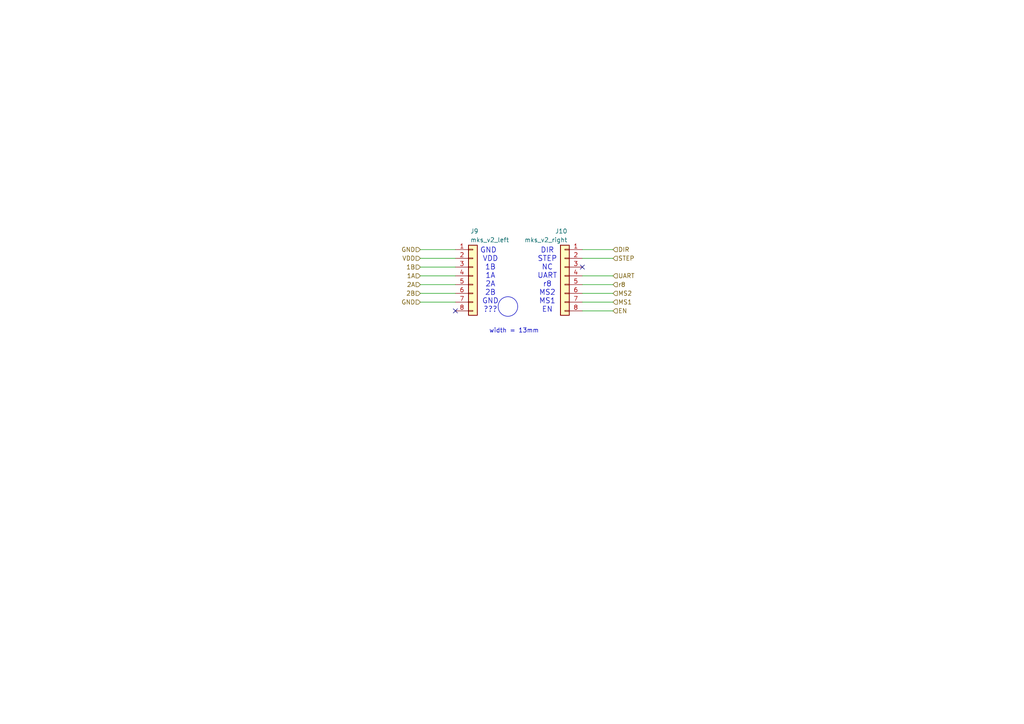
<source format=kicad_sch>
(kicad_sch (version 20231120) (generator "eeschema") (generator_version "8.0")
  (paper "A4")
  (title_block (title "RP2350 Dev Board V001") (date "2025-11-14") (rev "0.0.1"))
  (lib_symbols
    (symbol "Connector_Generic:Conn_01x08" (pin_names (offset 1.016) hide)
      (property "Reference" "J" (at 0 10.16 0))
      (property "Value" "Conn_01x08" (at 0 -12.7 0))
      (symbol "Conn_01x08_1_1"
        (rectangle (start -1.27 -10.033) (end 0 -10.287) (stroke (width 0.1524)))
        (rectangle (start -1.27 -7.493) (end 0 -7.747) (stroke (width 0.1524)))
        (rectangle (start -1.27 -4.953) (end 0 -5.207) (stroke (width 0.1524)))
        (rectangle (start -1.27 -2.413) (end 0 -2.667) (stroke (width 0.1524)))
        (rectangle (start -1.27 0.127) (end 0 -0.127) (stroke (width 0.1524)))
        (rectangle (start -1.27 2.667) (end 0 2.413) (stroke (width 0.1524)))
        (rectangle (start -1.27 5.207) (end 0 4.953) (stroke (width 0.1524)))
        (rectangle (start -1.27 7.747) (end 0 7.493) (stroke (width 0.1524)))
        (rectangle (start -1.27 8.89) (end 1.27 -11.43) (stroke (width 0.254)) (fill (type background)))
        (pin passive line (at -5.08 7.62 0) (length 3.81) (name "Pin_1") (number "1"))
        (pin passive line (at -5.08 5.08 0) (length 3.81) (name "Pin_2") (number "2"))
        (pin passive line (at -5.08 2.54 0) (length 3.81) (name "Pin_3") (number "3"))
        (pin passive line (at -5.08 0 0) (length 3.81) (name "Pin_4") (number "4"))
        (pin passive line (at -5.08 -2.54 0) (length 3.81) (name "Pin_5") (number "5"))
        (pin passive line (at -5.08 -5.08 0) (length 3.81) (name "Pin_6") (number "6"))
        (pin passive line (at -5.08 -7.62 0) (length 3.81) (name "Pin_7") (number "7"))
        (pin passive line (at -5.08 -10.16 0) (length 3.81) (name "Pin_8") (number "8"))
      )
    )
  )
  (no_connect (at 132.08 90.17))
  (no_connect (at 168.91 77.47))
  (wire (pts (xy 177.8 90.17) (xy 168.91 90.17)))
  (wire (pts (xy 121.92 77.47) (xy 132.08 77.47)))
  (wire (pts (xy 121.92 74.93) (xy 132.08 74.93)))
  (wire (pts (xy 177.8 85.09) (xy 168.91 85.09)))
  (wire (pts (xy 177.8 72.39) (xy 168.91 72.39)))
  (wire (pts (xy 177.8 74.93) (xy 168.91 74.93)))
  (wire (pts (xy 121.92 82.55) (xy 132.08 82.55)))
  (wire (pts (xy 121.92 80.01) (xy 132.08 80.01)))
  (wire (pts (xy 121.92 85.09) (xy 132.08 85.09)))
  (wire (pts (xy 177.8 82.55) (xy 168.91 82.55)))
  (wire (pts (xy 121.92 72.39) (xy 132.08 72.39)))
  (wire (pts (xy 177.8 80.01) (xy 168.91 80.01)))
  (wire (pts (xy 177.8 87.63) (xy 168.91 87.63)))
  (wire (pts (xy 121.92 87.63) (xy 132.08 87.63)))
  (circle (center 147.32 88.9) (radius 2.8398))
  (text "DIR\nSTEP\nNC\nUART\nr8\nMS2\nMS1\nEN" (at 158.75 81.28 0) (effects (font (size 1.524 1.524))))
  (text "GND \nVDD\n1B\n1A\n2A\n2B\nGND\n???" (at 142.24 81.28 0) (effects (font (size 1.524 1.524))))
  (text "width = 13mm" (at 149.098 96.012 0) (effects (font (size 1.27 1.27))))
  (hierarchical_label "2B" (shape input) (at 121.92 85.09 180))
  (hierarchical_label "STEP" (shape input) (at 177.8 74.93 0))
  (hierarchical_label "GND" (shape input) (at 121.92 72.39 180))
  (hierarchical_label "GND" (shape input) (at 121.92 87.63 180))
  (hierarchical_label "UART" (shape input) (at 177.8 80.01 0))
  (hierarchical_label "MS1" (shape input) (at 177.8 87.63 0))
  (hierarchical_label "1B" (shape input) (at 121.92 77.47 180))
  (hierarchical_label "1A" (shape input) (at 121.92 80.01 180))
  (hierarchical_label "EN" (shape input) (at 177.8 90.17 0))
  (hierarchical_label "r8" (shape input) (at 177.8 82.55 0))
  (hierarchical_label "DIR" (shape input) (at 177.8 72.39 0))
  (hierarchical_label "VDD" (shape input) (at 121.92 74.93 180))
  (hierarchical_label "MS2" (shape input) (at 177.8 85.09 0))
  (hierarchical_label "2A" (shape input) (at 121.92 82.55 180))
  (symbol (lib_id "Connector_Generic:Conn_01x08") (at 137.16 80.01 0) (unit 1)
    (property "Reference" "J9" (at 136.398 67.056 0) (effects (justify left)))
    (property "Value" "mks_v2_left" (at 136.398 69.596 0) (effects (justify left)))
    (property "Description" "Generic connector, single row, 01x08, script generated (kicad-library-utils/schlib/autogen/connector/)" (effects (hide yes)))
    (instances (project "rp2350-dev-board" (path "" (reference "J9") (unit 1)) (path "" (reference "J11") (unit 1)) (path "" (reference "J13") (unit 1))))
  )
  (symbol (lib_id "Connector_Generic:Conn_01x08") (at 163.83 80.01 0) (mirror y) (unit 1)
    (property "Reference" "J10" (at 164.592 67.056 0) (effects (justify left)))
    (property "Value" "mks_v2_right" (at 164.592 69.596 0) (effects (justify left)))
    (property "Description" "Generic connector, single row, 01x08, script generated (kicad-library-utils/schlib/autogen/connector/)" (effects (hide yes)))
    (instances (project "rp2350-dev-board" (path "" (reference "J10") (unit 1)) (path "" (reference "J12") (unit 1)) (path "" (reference "J14") (unit 1))))
  )
)
</source>
